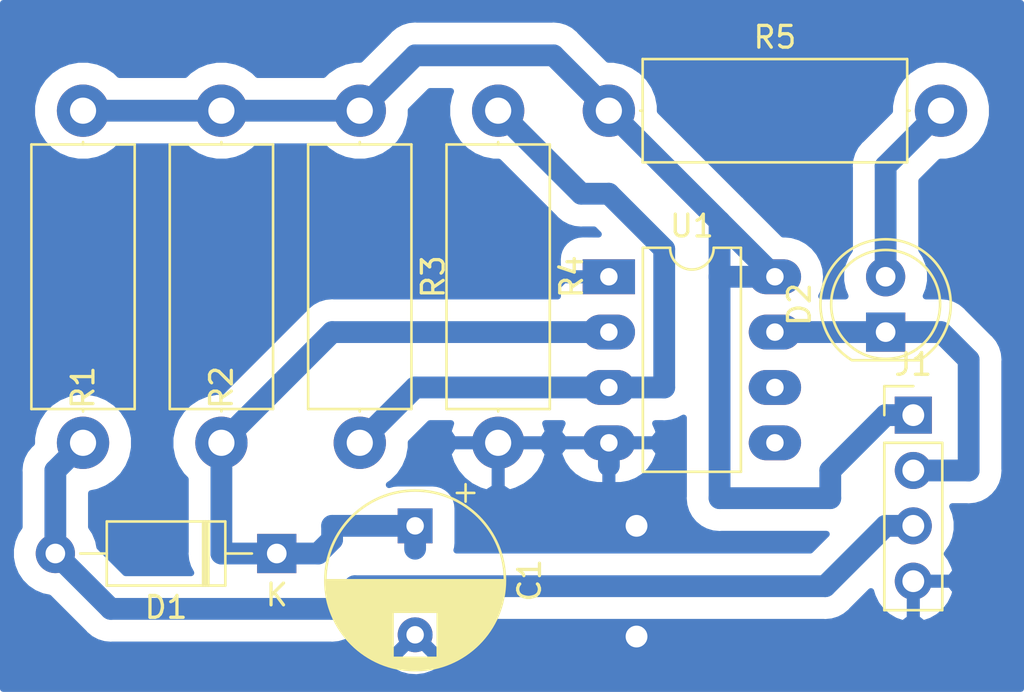
<source format=kicad_pcb>
(kicad_pcb (version 20171130) (host pcbnew "(5.1.5)-3")

  (general
    (thickness 1.6)
    (drawings 0)
    (tracks 50)
    (zones 0)
    (modules 10)
    (nets 10)
  )

  (page A4 portrait)
  (layers
    (0 F.Cu signal)
    (31 B.Cu signal)
    (32 B.Adhes user)
    (33 F.Adhes user)
    (34 B.Paste user)
    (35 F.Paste user)
    (36 B.SilkS user)
    (37 F.SilkS user)
    (38 B.Mask user)
    (39 F.Mask user)
    (40 Dwgs.User user)
    (41 Cmts.User user)
    (42 Eco1.User user)
    (43 Eco2.User user)
    (44 Edge.Cuts user)
    (45 Margin user)
    (46 B.CrtYd user)
    (47 F.CrtYd user)
    (48 B.Fab user)
    (49 F.Fab user)
  )

  (setup
    (last_trace_width 1)
    (trace_clearance 0.5)
    (zone_clearance 0.508)
    (zone_45_only no)
    (trace_min 0.1)
    (via_size 0.8)
    (via_drill 0.4)
    (via_min_size 0.2)
    (via_min_drill 0.3)
    (uvia_size 0.3)
    (uvia_drill 0.1)
    (uvias_allowed no)
    (uvia_min_size 0.1)
    (uvia_min_drill 0.1)
    (edge_width 0.05)
    (segment_width 0.2)
    (pcb_text_width 0.3)
    (pcb_text_size 1.5 1.5)
    (mod_edge_width 0.12)
    (mod_text_size 1 1)
    (mod_text_width 0.15)
    (pad_size 1.524 1.524)
    (pad_drill 0.762)
    (pad_to_mask_clearance 0.051)
    (solder_mask_min_width 0.25)
    (aux_axis_origin 0 0)
    (visible_elements 7FFFFFFF)
    (pcbplotparams
      (layerselection 0x010fc_ffffffff)
      (usegerberextensions false)
      (usegerberattributes false)
      (usegerberadvancedattributes false)
      (creategerberjobfile false)
      (excludeedgelayer true)
      (linewidth 0.100000)
      (plotframeref false)
      (viasonmask false)
      (mode 1)
      (useauxorigin false)
      (hpglpennumber 1)
      (hpglpenspeed 20)
      (hpglpendiameter 15.000000)
      (psnegative false)
      (psa4output false)
      (plotreference true)
      (plotvalue true)
      (plotinvisibletext false)
      (padsonsilk false)
      (subtractmaskfromsilk false)
      (outputformat 1)
      (mirror false)
      (drillshape 1)
      (scaleselection 1)
      (outputdirectory ""))
  )

  (net 0 "")
  (net 1 "Net-(D1-Pad2)")
  (net 2 "Net-(C1-Pad1)")
  (net 3 "Net-(D2-Pad2)")
  (net 4 "Net-(D2-Pad1)")
  (net 5 "Net-(R3-Pad2)")
  (net 6 "Net-(U1-Pad6)")
  (net 7 "Net-(U1-Pad5)")
  (net 8 Earth)
  (net 9 +24V)

  (net_class Default "This is the default net class."
    (clearance 0.5)
    (trace_width 1)
    (via_dia 0.8)
    (via_drill 0.4)
    (uvia_dia 0.3)
    (uvia_drill 0.1)
    (add_net +24V)
    (add_net Earth)
    (add_net "Net-(C1-Pad1)")
    (add_net "Net-(D1-Pad2)")
    (add_net "Net-(D2-Pad1)")
    (add_net "Net-(D2-Pad2)")
    (add_net "Net-(R3-Pad2)")
    (add_net "Net-(U1-Pad5)")
    (add_net "Net-(U1-Pad6)")
  )

  (module LED_THT:LED_D5.0mm (layer F.Cu) (tedit 5995936A) (tstamp 5E6ACA23)
    (at 172.72 101.6 90)
    (descr "LED, diameter 5.0mm, 2 pins, http://cdn-reichelt.de/documents/datenblatt/A500/LL-504BC2E-009.pdf")
    (tags "LED diameter 5.0mm 2 pins")
    (path /5E6B3F9E)
    (fp_text reference D2 (at 1.27 -3.96 90) (layer F.SilkS)
      (effects (font (size 1 1) (thickness 0.15)))
    )
    (fp_text value LED (at 1.27 3.96 90) (layer F.Fab)
      (effects (font (size 1 1) (thickness 0.15)))
    )
    (fp_arc (start 1.27 0) (end -1.23 -1.469694) (angle 299.1) (layer F.Fab) (width 0.1))
    (fp_arc (start 1.27 0) (end -1.29 -1.54483) (angle 148.9) (layer F.SilkS) (width 0.12))
    (fp_arc (start 1.27 0) (end -1.29 1.54483) (angle -148.9) (layer F.SilkS) (width 0.12))
    (fp_circle (center 1.27 0) (end 3.77 0) (layer F.Fab) (width 0.1))
    (fp_circle (center 1.27 0) (end 3.77 0) (layer F.SilkS) (width 0.12))
    (fp_line (start -1.23 -1.469694) (end -1.23 1.469694) (layer F.Fab) (width 0.1))
    (fp_line (start -1.29 -1.545) (end -1.29 1.545) (layer F.SilkS) (width 0.12))
    (fp_line (start -1.95 -3.25) (end -1.95 3.25) (layer F.CrtYd) (width 0.05))
    (fp_line (start -1.95 3.25) (end 4.5 3.25) (layer F.CrtYd) (width 0.05))
    (fp_line (start 4.5 3.25) (end 4.5 -3.25) (layer F.CrtYd) (width 0.05))
    (fp_line (start 4.5 -3.25) (end -1.95 -3.25) (layer F.CrtYd) (width 0.05))
    (fp_text user %R (at 1.25 0 90) (layer F.Fab)
      (effects (font (size 0.8 0.8) (thickness 0.2)))
    )
    (pad 1 thru_hole rect (at 0 0 90) (size 1.8 1.8) (drill 0.9) (layers *.Cu *.Mask)
      (net 4 "Net-(D2-Pad1)"))
    (pad 2 thru_hole circle (at 2.54 0 90) (size 1.8 1.8) (drill 0.9) (layers *.Cu *.Mask)
      (net 3 "Net-(D2-Pad2)"))
    (model ${KISYS3DMOD}/LED_THT.3dshapes/LED_D5.0mm.wrl
      (at (xyz 0 0 0))
      (scale (xyz 1 1 1))
      (rotate (xyz 0 0 0))
    )
  )

  (module Diode_THT:D_A-405_P10.16mm_Horizontal (layer F.Cu) (tedit 5AE50CD5) (tstamp 5E6AC8BD)
    (at 144.78 111.76 180)
    (descr "Diode, A-405 series, Axial, Horizontal, pin pitch=10.16mm, , length*diameter=5.2*2.7mm^2, , http://www.diodes.com/_files/packages/A-405.pdf")
    (tags "Diode A-405 series Axial Horizontal pin pitch 10.16mm  length 5.2mm diameter 2.7mm")
    (path /5E6A8ADF)
    (fp_text reference D1 (at 5.08 -2.47) (layer F.SilkS)
      (effects (font (size 1 1) (thickness 0.15)))
    )
    (fp_text value DIODE (at 5.08 2.47) (layer F.Fab)
      (effects (font (size 1 1) (thickness 0.15)))
    )
    (fp_line (start 2.48 -1.35) (end 2.48 1.35) (layer F.Fab) (width 0.1))
    (fp_line (start 2.48 1.35) (end 7.68 1.35) (layer F.Fab) (width 0.1))
    (fp_line (start 7.68 1.35) (end 7.68 -1.35) (layer F.Fab) (width 0.1))
    (fp_line (start 7.68 -1.35) (end 2.48 -1.35) (layer F.Fab) (width 0.1))
    (fp_line (start 0 0) (end 2.48 0) (layer F.Fab) (width 0.1))
    (fp_line (start 10.16 0) (end 7.68 0) (layer F.Fab) (width 0.1))
    (fp_line (start 3.26 -1.35) (end 3.26 1.35) (layer F.Fab) (width 0.1))
    (fp_line (start 3.36 -1.35) (end 3.36 1.35) (layer F.Fab) (width 0.1))
    (fp_line (start 3.16 -1.35) (end 3.16 1.35) (layer F.Fab) (width 0.1))
    (fp_line (start 2.36 -1.47) (end 2.36 1.47) (layer F.SilkS) (width 0.12))
    (fp_line (start 2.36 1.47) (end 7.8 1.47) (layer F.SilkS) (width 0.12))
    (fp_line (start 7.8 1.47) (end 7.8 -1.47) (layer F.SilkS) (width 0.12))
    (fp_line (start 7.8 -1.47) (end 2.36 -1.47) (layer F.SilkS) (width 0.12))
    (fp_line (start 1.14 0) (end 2.36 0) (layer F.SilkS) (width 0.12))
    (fp_line (start 9.02 0) (end 7.8 0) (layer F.SilkS) (width 0.12))
    (fp_line (start 3.26 -1.47) (end 3.26 1.47) (layer F.SilkS) (width 0.12))
    (fp_line (start 3.38 -1.47) (end 3.38 1.47) (layer F.SilkS) (width 0.12))
    (fp_line (start 3.14 -1.47) (end 3.14 1.47) (layer F.SilkS) (width 0.12))
    (fp_line (start -1.15 -1.6) (end -1.15 1.6) (layer F.CrtYd) (width 0.05))
    (fp_line (start -1.15 1.6) (end 11.31 1.6) (layer F.CrtYd) (width 0.05))
    (fp_line (start 11.31 1.6) (end 11.31 -1.6) (layer F.CrtYd) (width 0.05))
    (fp_line (start 11.31 -1.6) (end -1.15 -1.6) (layer F.CrtYd) (width 0.05))
    (fp_text user %R (at 5.47 0) (layer F.Fab)
      (effects (font (size 1 1) (thickness 0.15)))
    )
    (fp_text user K (at 0 -1.9) (layer F.Fab)
      (effects (font (size 1 1) (thickness 0.15)))
    )
    (fp_text user K (at 0 -1.9) (layer F.SilkS)
      (effects (font (size 1 1) (thickness 0.15)))
    )
    (pad 1 thru_hole rect (at 0 0 180) (size 1.8 1.8) (drill 0.9) (layers *.Cu *.Mask)
      (net 2 "Net-(C1-Pad1)"))
    (pad 2 thru_hole oval (at 10.16 0 180) (size 1.8 1.8) (drill 0.9) (layers *.Cu *.Mask)
      (net 1 "Net-(D1-Pad2)"))
    (model ${KISYS3DMOD}/Diode_THT.3dshapes/D_A-405_P10.16mm_Horizontal.wrl
      (at (xyz 0 0 0))
      (scale (xyz 1 1 1))
      (rotate (xyz 0 0 0))
    )
  )

  (module Connector_PinHeader_2.54mm:PinHeader_1x04_P2.54mm_Vertical (layer F.Cu) (tedit 59FED5CC) (tstamp 5E6ACA0C)
    (at 173.99 105.41)
    (descr "Through hole straight pin header, 1x04, 2.54mm pitch, single row")
    (tags "Through hole pin header THT 1x04 2.54mm single row")
    (path /5E6B2317)
    (fp_text reference J1 (at 0 -2.33) (layer F.SilkS)
      (effects (font (size 1 1) (thickness 0.15)))
    )
    (fp_text value a (at 0 9.95) (layer F.Fab)
      (effects (font (size 1 1) (thickness 0.15)))
    )
    (fp_line (start -0.635 -1.27) (end 1.27 -1.27) (layer F.Fab) (width 0.1))
    (fp_line (start 1.27 -1.27) (end 1.27 8.89) (layer F.Fab) (width 0.1))
    (fp_line (start 1.27 8.89) (end -1.27 8.89) (layer F.Fab) (width 0.1))
    (fp_line (start -1.27 8.89) (end -1.27 -0.635) (layer F.Fab) (width 0.1))
    (fp_line (start -1.27 -0.635) (end -0.635 -1.27) (layer F.Fab) (width 0.1))
    (fp_line (start -1.33 8.95) (end 1.33 8.95) (layer F.SilkS) (width 0.12))
    (fp_line (start -1.33 1.27) (end -1.33 8.95) (layer F.SilkS) (width 0.12))
    (fp_line (start 1.33 1.27) (end 1.33 8.95) (layer F.SilkS) (width 0.12))
    (fp_line (start -1.33 1.27) (end 1.33 1.27) (layer F.SilkS) (width 0.12))
    (fp_line (start -1.33 0) (end -1.33 -1.33) (layer F.SilkS) (width 0.12))
    (fp_line (start -1.33 -1.33) (end 0 -1.33) (layer F.SilkS) (width 0.12))
    (fp_line (start -1.8 -1.8) (end -1.8 9.4) (layer F.CrtYd) (width 0.05))
    (fp_line (start -1.8 9.4) (end 1.8 9.4) (layer F.CrtYd) (width 0.05))
    (fp_line (start 1.8 9.4) (end 1.8 -1.8) (layer F.CrtYd) (width 0.05))
    (fp_line (start 1.8 -1.8) (end -1.8 -1.8) (layer F.CrtYd) (width 0.05))
    (fp_text user %R (at 0 3.81 90) (layer F.Fab)
      (effects (font (size 1 1) (thickness 0.15)))
    )
    (pad 1 thru_hole rect (at 0 0) (size 1.7 1.7) (drill 1) (layers *.Cu *.Mask)
      (net 9 +24V))
    (pad 2 thru_hole oval (at 0 2.54) (size 1.7 1.7) (drill 1) (layers *.Cu *.Mask)
      (net 4 "Net-(D2-Pad1)"))
    (pad 3 thru_hole oval (at 0 5.08) (size 1.7 1.7) (drill 1) (layers *.Cu *.Mask)
      (net 1 "Net-(D1-Pad2)"))
    (pad 4 thru_hole oval (at 0 7.62) (size 1.7 1.7) (drill 1) (layers *.Cu *.Mask)
      (net 8 Earth))
    (model ${KISYS3DMOD}/Connector_PinHeader_2.54mm.3dshapes/PinHeader_1x04_P2.54mm_Vertical.wrl
      (at (xyz 0 0 0))
      (scale (xyz 1 1 1))
      (rotate (xyz 0 0 0))
    )
  )

  (module Resistor_THT:R_Axial_DIN0414_L11.9mm_D4.5mm_P15.24mm_Horizontal (layer F.Cu) (tedit 5AE5139B) (tstamp 5E6AC9F6)
    (at 148.59 91.44 270)
    (descr "Resistor, Axial_DIN0414 series, Axial, Horizontal, pin pitch=15.24mm, 2W, length*diameter=11.9*4.5mm^2, http://www.vishay.com/docs/20128/wkxwrx.pdf")
    (tags "Resistor Axial_DIN0414 series Axial Horizontal pin pitch 15.24mm 2W length 11.9mm diameter 4.5mm")
    (path /5E6AE564)
    (fp_text reference R3 (at 7.62 -3.37 90) (layer F.SilkS)
      (effects (font (size 1 1) (thickness 0.15)))
    )
    (fp_text value 10k (at 7.62 3.37 90) (layer F.Fab)
      (effects (font (size 1 1) (thickness 0.15)))
    )
    (fp_line (start 1.67 -2.25) (end 1.67 2.25) (layer F.Fab) (width 0.1))
    (fp_line (start 1.67 2.25) (end 13.57 2.25) (layer F.Fab) (width 0.1))
    (fp_line (start 13.57 2.25) (end 13.57 -2.25) (layer F.Fab) (width 0.1))
    (fp_line (start 13.57 -2.25) (end 1.67 -2.25) (layer F.Fab) (width 0.1))
    (fp_line (start 0 0) (end 1.67 0) (layer F.Fab) (width 0.1))
    (fp_line (start 15.24 0) (end 13.57 0) (layer F.Fab) (width 0.1))
    (fp_line (start 1.55 -2.37) (end 1.55 2.37) (layer F.SilkS) (width 0.12))
    (fp_line (start 1.55 2.37) (end 13.69 2.37) (layer F.SilkS) (width 0.12))
    (fp_line (start 13.69 2.37) (end 13.69 -2.37) (layer F.SilkS) (width 0.12))
    (fp_line (start 13.69 -2.37) (end 1.55 -2.37) (layer F.SilkS) (width 0.12))
    (fp_line (start 1.44 0) (end 1.55 0) (layer F.SilkS) (width 0.12))
    (fp_line (start 13.8 0) (end 13.69 0) (layer F.SilkS) (width 0.12))
    (fp_line (start -1.45 -2.5) (end -1.45 2.5) (layer F.CrtYd) (width 0.05))
    (fp_line (start -1.45 2.5) (end 16.69 2.5) (layer F.CrtYd) (width 0.05))
    (fp_line (start 16.69 2.5) (end 16.69 -2.5) (layer F.CrtYd) (width 0.05))
    (fp_line (start 16.69 -2.5) (end -1.45 -2.5) (layer F.CrtYd) (width 0.05))
    (fp_text user %R (at 7.62 0 90) (layer F.Fab)
      (effects (font (size 1 1) (thickness 0.15)))
    )
    (pad 1 thru_hole circle (at 0 0 270) (size 2.4 2.4) (drill 1.2) (layers *.Cu *.Mask)
      (net 9 +24V))
    (pad 2 thru_hole oval (at 15.24 0 270) (size 2.4 2.4) (drill 1.2) (layers *.Cu *.Mask)
      (net 5 "Net-(R3-Pad2)"))
    (model ${KISYS3DMOD}/Resistor_THT.3dshapes/R_Axial_DIN0414_L11.9mm_D4.5mm_P15.24mm_Horizontal.wrl
      (at (xyz 0 0 0))
      (scale (xyz 1 1 1))
      (rotate (xyz 0 0 0))
    )
  )

  (module Resistor_THT:R_Axial_DIN0414_L11.9mm_D4.5mm_P15.24mm_Horizontal (layer F.Cu) (tedit 5AE5139B) (tstamp 5E6AC9E0)
    (at 154.94 91.44 270)
    (descr "Resistor, Axial_DIN0414 series, Axial, Horizontal, pin pitch=15.24mm, 2W, length*diameter=11.9*4.5mm^2, http://www.vishay.com/docs/20128/wkxwrx.pdf")
    (tags "Resistor Axial_DIN0414 series Axial Horizontal pin pitch 15.24mm 2W length 11.9mm diameter 4.5mm")
    (path /5E6AE813)
    (fp_text reference R4 (at 7.62 -3.37 90) (layer F.SilkS)
      (effects (font (size 1 1) (thickness 0.15)))
    )
    (fp_text value 10k (at 7.62 3.37 90) (layer F.Fab)
      (effects (font (size 1 1) (thickness 0.15)))
    )
    (fp_line (start 1.67 -2.25) (end 1.67 2.25) (layer F.Fab) (width 0.1))
    (fp_line (start 1.67 2.25) (end 13.57 2.25) (layer F.Fab) (width 0.1))
    (fp_line (start 13.57 2.25) (end 13.57 -2.25) (layer F.Fab) (width 0.1))
    (fp_line (start 13.57 -2.25) (end 1.67 -2.25) (layer F.Fab) (width 0.1))
    (fp_line (start 0 0) (end 1.67 0) (layer F.Fab) (width 0.1))
    (fp_line (start 15.24 0) (end 13.57 0) (layer F.Fab) (width 0.1))
    (fp_line (start 1.55 -2.37) (end 1.55 2.37) (layer F.SilkS) (width 0.12))
    (fp_line (start 1.55 2.37) (end 13.69 2.37) (layer F.SilkS) (width 0.12))
    (fp_line (start 13.69 2.37) (end 13.69 -2.37) (layer F.SilkS) (width 0.12))
    (fp_line (start 13.69 -2.37) (end 1.55 -2.37) (layer F.SilkS) (width 0.12))
    (fp_line (start 1.44 0) (end 1.55 0) (layer F.SilkS) (width 0.12))
    (fp_line (start 13.8 0) (end 13.69 0) (layer F.SilkS) (width 0.12))
    (fp_line (start -1.45 -2.5) (end -1.45 2.5) (layer F.CrtYd) (width 0.05))
    (fp_line (start -1.45 2.5) (end 16.69 2.5) (layer F.CrtYd) (width 0.05))
    (fp_line (start 16.69 2.5) (end 16.69 -2.5) (layer F.CrtYd) (width 0.05))
    (fp_line (start 16.69 -2.5) (end -1.45 -2.5) (layer F.CrtYd) (width 0.05))
    (fp_text user %R (at 7.62 0 90) (layer F.Fab)
      (effects (font (size 1 1) (thickness 0.15)))
    )
    (pad 1 thru_hole circle (at 0 0 270) (size 2.4 2.4) (drill 1.2) (layers *.Cu *.Mask)
      (net 5 "Net-(R3-Pad2)"))
    (pad 2 thru_hole oval (at 15.24 0 270) (size 2.4 2.4) (drill 1.2) (layers *.Cu *.Mask)
      (net 8 Earth))
    (model ${KISYS3DMOD}/Resistor_THT.3dshapes/R_Axial_DIN0414_L11.9mm_D4.5mm_P15.24mm_Horizontal.wrl
      (at (xyz 0 0 0))
      (scale (xyz 1 1 1))
      (rotate (xyz 0 0 0))
    )
  )

  (module Resistor_THT:R_Axial_DIN0414_L11.9mm_D4.5mm_P15.24mm_Horizontal (layer F.Cu) (tedit 5AE5139B) (tstamp 5E6AC9CA)
    (at 160.02 91.44)
    (descr "Resistor, Axial_DIN0414 series, Axial, Horizontal, pin pitch=15.24mm, 2W, length*diameter=11.9*4.5mm^2, http://www.vishay.com/docs/20128/wkxwrx.pdf")
    (tags "Resistor Axial_DIN0414 series Axial Horizontal pin pitch 15.24mm 2W length 11.9mm diameter 4.5mm")
    (path /5E6B3947)
    (fp_text reference R5 (at 7.62 -3.37) (layer F.SilkS)
      (effects (font (size 1 1) (thickness 0.15)))
    )
    (fp_text value 1.8k (at 7.62 3.37) (layer F.Fab)
      (effects (font (size 1 1) (thickness 0.15)))
    )
    (fp_line (start 1.67 -2.25) (end 1.67 2.25) (layer F.Fab) (width 0.1))
    (fp_line (start 1.67 2.25) (end 13.57 2.25) (layer F.Fab) (width 0.1))
    (fp_line (start 13.57 2.25) (end 13.57 -2.25) (layer F.Fab) (width 0.1))
    (fp_line (start 13.57 -2.25) (end 1.67 -2.25) (layer F.Fab) (width 0.1))
    (fp_line (start 0 0) (end 1.67 0) (layer F.Fab) (width 0.1))
    (fp_line (start 15.24 0) (end 13.57 0) (layer F.Fab) (width 0.1))
    (fp_line (start 1.55 -2.37) (end 1.55 2.37) (layer F.SilkS) (width 0.12))
    (fp_line (start 1.55 2.37) (end 13.69 2.37) (layer F.SilkS) (width 0.12))
    (fp_line (start 13.69 2.37) (end 13.69 -2.37) (layer F.SilkS) (width 0.12))
    (fp_line (start 13.69 -2.37) (end 1.55 -2.37) (layer F.SilkS) (width 0.12))
    (fp_line (start 1.44 0) (end 1.55 0) (layer F.SilkS) (width 0.12))
    (fp_line (start 13.8 0) (end 13.69 0) (layer F.SilkS) (width 0.12))
    (fp_line (start -1.45 -2.5) (end -1.45 2.5) (layer F.CrtYd) (width 0.05))
    (fp_line (start -1.45 2.5) (end 16.69 2.5) (layer F.CrtYd) (width 0.05))
    (fp_line (start 16.69 2.5) (end 16.69 -2.5) (layer F.CrtYd) (width 0.05))
    (fp_line (start 16.69 -2.5) (end -1.45 -2.5) (layer F.CrtYd) (width 0.05))
    (fp_text user %R (at 7.62 0) (layer F.Fab)
      (effects (font (size 1 1) (thickness 0.15)))
    )
    (pad 1 thru_hole circle (at 0 0) (size 2.4 2.4) (drill 1.2) (layers *.Cu *.Mask)
      (net 9 +24V))
    (pad 2 thru_hole oval (at 15.24 0) (size 2.4 2.4) (drill 1.2) (layers *.Cu *.Mask)
      (net 3 "Net-(D2-Pad2)"))
    (model ${KISYS3DMOD}/Resistor_THT.3dshapes/R_Axial_DIN0414_L11.9mm_D4.5mm_P15.24mm_Horizontal.wrl
      (at (xyz 0 0 0))
      (scale (xyz 1 1 1))
      (rotate (xyz 0 0 0))
    )
  )

  (module Package_DIP:DIP-8_W7.62mm_LongPads (layer F.Cu) (tedit 5A02E8C5) (tstamp 5E6AC9AF)
    (at 160.02 99.06)
    (descr "8-lead though-hole mounted DIP package, row spacing 7.62 mm (300 mils), LongPads")
    (tags "THT DIP DIL PDIP 2.54mm 7.62mm 300mil LongPads")
    (path /5E6AEE9F)
    (fp_text reference U1 (at 3.81 -2.33) (layer F.SilkS)
      (effects (font (size 1 1) (thickness 0.15)))
    )
    (fp_text value LM311 (at 3.81 9.95) (layer F.Fab)
      (effects (font (size 1 1) (thickness 0.15)))
    )
    (fp_arc (start 3.81 -1.33) (end 2.81 -1.33) (angle -180) (layer F.SilkS) (width 0.12))
    (fp_line (start 1.635 -1.27) (end 6.985 -1.27) (layer F.Fab) (width 0.1))
    (fp_line (start 6.985 -1.27) (end 6.985 8.89) (layer F.Fab) (width 0.1))
    (fp_line (start 6.985 8.89) (end 0.635 8.89) (layer F.Fab) (width 0.1))
    (fp_line (start 0.635 8.89) (end 0.635 -0.27) (layer F.Fab) (width 0.1))
    (fp_line (start 0.635 -0.27) (end 1.635 -1.27) (layer F.Fab) (width 0.1))
    (fp_line (start 2.81 -1.33) (end 1.56 -1.33) (layer F.SilkS) (width 0.12))
    (fp_line (start 1.56 -1.33) (end 1.56 8.95) (layer F.SilkS) (width 0.12))
    (fp_line (start 1.56 8.95) (end 6.06 8.95) (layer F.SilkS) (width 0.12))
    (fp_line (start 6.06 8.95) (end 6.06 -1.33) (layer F.SilkS) (width 0.12))
    (fp_line (start 6.06 -1.33) (end 4.81 -1.33) (layer F.SilkS) (width 0.12))
    (fp_line (start -1.45 -1.55) (end -1.45 9.15) (layer F.CrtYd) (width 0.05))
    (fp_line (start -1.45 9.15) (end 9.1 9.15) (layer F.CrtYd) (width 0.05))
    (fp_line (start 9.1 9.15) (end 9.1 -1.55) (layer F.CrtYd) (width 0.05))
    (fp_line (start 9.1 -1.55) (end -1.45 -1.55) (layer F.CrtYd) (width 0.05))
    (fp_text user %R (at 3.81 3.81) (layer F.Fab)
      (effects (font (size 1 1) (thickness 0.15)))
    )
    (pad 1 thru_hole rect (at 0 0) (size 2.4 1.6) (drill 0.8) (layers *.Cu *.Mask)
      (net 8 Earth))
    (pad 5 thru_hole oval (at 7.62 7.62) (size 2.4 1.6) (drill 0.8) (layers *.Cu *.Mask)
      (net 7 "Net-(U1-Pad5)"))
    (pad 2 thru_hole oval (at 0 2.54) (size 2.4 1.6) (drill 0.8) (layers *.Cu *.Mask)
      (net 2 "Net-(C1-Pad1)"))
    (pad 6 thru_hole oval (at 7.62 5.08) (size 2.4 1.6) (drill 0.8) (layers *.Cu *.Mask)
      (net 6 "Net-(U1-Pad6)"))
    (pad 3 thru_hole oval (at 0 5.08) (size 2.4 1.6) (drill 0.8) (layers *.Cu *.Mask)
      (net 5 "Net-(R3-Pad2)"))
    (pad 7 thru_hole oval (at 7.62 2.54) (size 2.4 1.6) (drill 0.8) (layers *.Cu *.Mask)
      (net 4 "Net-(D2-Pad1)"))
    (pad 4 thru_hole oval (at 0 7.62) (size 2.4 1.6) (drill 0.8) (layers *.Cu *.Mask)
      (net 8 Earth))
    (pad 8 thru_hole oval (at 7.62 0) (size 2.4 1.6) (drill 0.8) (layers *.Cu *.Mask)
      (net 9 +24V))
    (model ${KISYS3DMOD}/Package_DIP.3dshapes/DIP-8_W7.62mm.wrl
      (at (xyz 0 0 0))
      (scale (xyz 1 1 1))
      (rotate (xyz 0 0 0))
    )
  )

  (module Capacitor_THT:CP_Radial_D8.0mm_P5.00mm (layer F.Cu) (tedit 5AE50EF0) (tstamp 5E6AC907)
    (at 151.13 110.49 270)
    (descr "CP, Radial series, Radial, pin pitch=5.00mm, , diameter=8mm, Electrolytic Capacitor")
    (tags "CP Radial series Radial pin pitch 5.00mm  diameter 8mm Electrolytic Capacitor")
    (path /5E6BB574)
    (fp_text reference C1 (at 2.5 -5.25 90) (layer F.SilkS)
      (effects (font (size 1 1) (thickness 0.15)))
    )
    (fp_text value 1000uf (at 2.5 5.25 90) (layer F.Fab)
      (effects (font (size 1 1) (thickness 0.15)))
    )
    (fp_circle (center 2.5 0) (end 6.5 0) (layer F.Fab) (width 0.1))
    (fp_circle (center 2.5 0) (end 6.62 0) (layer F.SilkS) (width 0.12))
    (fp_circle (center 2.5 0) (end 6.75 0) (layer F.CrtYd) (width 0.05))
    (fp_line (start -0.926759 -1.7475) (end -0.126759 -1.7475) (layer F.Fab) (width 0.1))
    (fp_line (start -0.526759 -2.1475) (end -0.526759 -1.3475) (layer F.Fab) (width 0.1))
    (fp_line (start 2.5 -4.08) (end 2.5 4.08) (layer F.SilkS) (width 0.12))
    (fp_line (start 2.54 -4.08) (end 2.54 4.08) (layer F.SilkS) (width 0.12))
    (fp_line (start 2.58 -4.08) (end 2.58 4.08) (layer F.SilkS) (width 0.12))
    (fp_line (start 2.62 -4.079) (end 2.62 4.079) (layer F.SilkS) (width 0.12))
    (fp_line (start 2.66 -4.077) (end 2.66 4.077) (layer F.SilkS) (width 0.12))
    (fp_line (start 2.7 -4.076) (end 2.7 4.076) (layer F.SilkS) (width 0.12))
    (fp_line (start 2.74 -4.074) (end 2.74 4.074) (layer F.SilkS) (width 0.12))
    (fp_line (start 2.78 -4.071) (end 2.78 4.071) (layer F.SilkS) (width 0.12))
    (fp_line (start 2.82 -4.068) (end 2.82 4.068) (layer F.SilkS) (width 0.12))
    (fp_line (start 2.86 -4.065) (end 2.86 4.065) (layer F.SilkS) (width 0.12))
    (fp_line (start 2.9 -4.061) (end 2.9 4.061) (layer F.SilkS) (width 0.12))
    (fp_line (start 2.94 -4.057) (end 2.94 4.057) (layer F.SilkS) (width 0.12))
    (fp_line (start 2.98 -4.052) (end 2.98 4.052) (layer F.SilkS) (width 0.12))
    (fp_line (start 3.02 -4.048) (end 3.02 4.048) (layer F.SilkS) (width 0.12))
    (fp_line (start 3.06 -4.042) (end 3.06 4.042) (layer F.SilkS) (width 0.12))
    (fp_line (start 3.1 -4.037) (end 3.1 4.037) (layer F.SilkS) (width 0.12))
    (fp_line (start 3.14 -4.03) (end 3.14 4.03) (layer F.SilkS) (width 0.12))
    (fp_line (start 3.18 -4.024) (end 3.18 4.024) (layer F.SilkS) (width 0.12))
    (fp_line (start 3.221 -4.017) (end 3.221 4.017) (layer F.SilkS) (width 0.12))
    (fp_line (start 3.261 -4.01) (end 3.261 4.01) (layer F.SilkS) (width 0.12))
    (fp_line (start 3.301 -4.002) (end 3.301 4.002) (layer F.SilkS) (width 0.12))
    (fp_line (start 3.341 -3.994) (end 3.341 3.994) (layer F.SilkS) (width 0.12))
    (fp_line (start 3.381 -3.985) (end 3.381 3.985) (layer F.SilkS) (width 0.12))
    (fp_line (start 3.421 -3.976) (end 3.421 3.976) (layer F.SilkS) (width 0.12))
    (fp_line (start 3.461 -3.967) (end 3.461 3.967) (layer F.SilkS) (width 0.12))
    (fp_line (start 3.501 -3.957) (end 3.501 3.957) (layer F.SilkS) (width 0.12))
    (fp_line (start 3.541 -3.947) (end 3.541 3.947) (layer F.SilkS) (width 0.12))
    (fp_line (start 3.581 -3.936) (end 3.581 3.936) (layer F.SilkS) (width 0.12))
    (fp_line (start 3.621 -3.925) (end 3.621 3.925) (layer F.SilkS) (width 0.12))
    (fp_line (start 3.661 -3.914) (end 3.661 3.914) (layer F.SilkS) (width 0.12))
    (fp_line (start 3.701 -3.902) (end 3.701 3.902) (layer F.SilkS) (width 0.12))
    (fp_line (start 3.741 -3.889) (end 3.741 3.889) (layer F.SilkS) (width 0.12))
    (fp_line (start 3.781 -3.877) (end 3.781 3.877) (layer F.SilkS) (width 0.12))
    (fp_line (start 3.821 -3.863) (end 3.821 3.863) (layer F.SilkS) (width 0.12))
    (fp_line (start 3.861 -3.85) (end 3.861 3.85) (layer F.SilkS) (width 0.12))
    (fp_line (start 3.901 -3.835) (end 3.901 3.835) (layer F.SilkS) (width 0.12))
    (fp_line (start 3.941 -3.821) (end 3.941 3.821) (layer F.SilkS) (width 0.12))
    (fp_line (start 3.981 -3.805) (end 3.981 -1.04) (layer F.SilkS) (width 0.12))
    (fp_line (start 3.981 1.04) (end 3.981 3.805) (layer F.SilkS) (width 0.12))
    (fp_line (start 4.021 -3.79) (end 4.021 -1.04) (layer F.SilkS) (width 0.12))
    (fp_line (start 4.021 1.04) (end 4.021 3.79) (layer F.SilkS) (width 0.12))
    (fp_line (start 4.061 -3.774) (end 4.061 -1.04) (layer F.SilkS) (width 0.12))
    (fp_line (start 4.061 1.04) (end 4.061 3.774) (layer F.SilkS) (width 0.12))
    (fp_line (start 4.101 -3.757) (end 4.101 -1.04) (layer F.SilkS) (width 0.12))
    (fp_line (start 4.101 1.04) (end 4.101 3.757) (layer F.SilkS) (width 0.12))
    (fp_line (start 4.141 -3.74) (end 4.141 -1.04) (layer F.SilkS) (width 0.12))
    (fp_line (start 4.141 1.04) (end 4.141 3.74) (layer F.SilkS) (width 0.12))
    (fp_line (start 4.181 -3.722) (end 4.181 -1.04) (layer F.SilkS) (width 0.12))
    (fp_line (start 4.181 1.04) (end 4.181 3.722) (layer F.SilkS) (width 0.12))
    (fp_line (start 4.221 -3.704) (end 4.221 -1.04) (layer F.SilkS) (width 0.12))
    (fp_line (start 4.221 1.04) (end 4.221 3.704) (layer F.SilkS) (width 0.12))
    (fp_line (start 4.261 -3.686) (end 4.261 -1.04) (layer F.SilkS) (width 0.12))
    (fp_line (start 4.261 1.04) (end 4.261 3.686) (layer F.SilkS) (width 0.12))
    (fp_line (start 4.301 -3.666) (end 4.301 -1.04) (layer F.SilkS) (width 0.12))
    (fp_line (start 4.301 1.04) (end 4.301 3.666) (layer F.SilkS) (width 0.12))
    (fp_line (start 4.341 -3.647) (end 4.341 -1.04) (layer F.SilkS) (width 0.12))
    (fp_line (start 4.341 1.04) (end 4.341 3.647) (layer F.SilkS) (width 0.12))
    (fp_line (start 4.381 -3.627) (end 4.381 -1.04) (layer F.SilkS) (width 0.12))
    (fp_line (start 4.381 1.04) (end 4.381 3.627) (layer F.SilkS) (width 0.12))
    (fp_line (start 4.421 -3.606) (end 4.421 -1.04) (layer F.SilkS) (width 0.12))
    (fp_line (start 4.421 1.04) (end 4.421 3.606) (layer F.SilkS) (width 0.12))
    (fp_line (start 4.461 -3.584) (end 4.461 -1.04) (layer F.SilkS) (width 0.12))
    (fp_line (start 4.461 1.04) (end 4.461 3.584) (layer F.SilkS) (width 0.12))
    (fp_line (start 4.501 -3.562) (end 4.501 -1.04) (layer F.SilkS) (width 0.12))
    (fp_line (start 4.501 1.04) (end 4.501 3.562) (layer F.SilkS) (width 0.12))
    (fp_line (start 4.541 -3.54) (end 4.541 -1.04) (layer F.SilkS) (width 0.12))
    (fp_line (start 4.541 1.04) (end 4.541 3.54) (layer F.SilkS) (width 0.12))
    (fp_line (start 4.581 -3.517) (end 4.581 -1.04) (layer F.SilkS) (width 0.12))
    (fp_line (start 4.581 1.04) (end 4.581 3.517) (layer F.SilkS) (width 0.12))
    (fp_line (start 4.621 -3.493) (end 4.621 -1.04) (layer F.SilkS) (width 0.12))
    (fp_line (start 4.621 1.04) (end 4.621 3.493) (layer F.SilkS) (width 0.12))
    (fp_line (start 4.661 -3.469) (end 4.661 -1.04) (layer F.SilkS) (width 0.12))
    (fp_line (start 4.661 1.04) (end 4.661 3.469) (layer F.SilkS) (width 0.12))
    (fp_line (start 4.701 -3.444) (end 4.701 -1.04) (layer F.SilkS) (width 0.12))
    (fp_line (start 4.701 1.04) (end 4.701 3.444) (layer F.SilkS) (width 0.12))
    (fp_line (start 4.741 -3.418) (end 4.741 -1.04) (layer F.SilkS) (width 0.12))
    (fp_line (start 4.741 1.04) (end 4.741 3.418) (layer F.SilkS) (width 0.12))
    (fp_line (start 4.781 -3.392) (end 4.781 -1.04) (layer F.SilkS) (width 0.12))
    (fp_line (start 4.781 1.04) (end 4.781 3.392) (layer F.SilkS) (width 0.12))
    (fp_line (start 4.821 -3.365) (end 4.821 -1.04) (layer F.SilkS) (width 0.12))
    (fp_line (start 4.821 1.04) (end 4.821 3.365) (layer F.SilkS) (width 0.12))
    (fp_line (start 4.861 -3.338) (end 4.861 -1.04) (layer F.SilkS) (width 0.12))
    (fp_line (start 4.861 1.04) (end 4.861 3.338) (layer F.SilkS) (width 0.12))
    (fp_line (start 4.901 -3.309) (end 4.901 -1.04) (layer F.SilkS) (width 0.12))
    (fp_line (start 4.901 1.04) (end 4.901 3.309) (layer F.SilkS) (width 0.12))
    (fp_line (start 4.941 -3.28) (end 4.941 -1.04) (layer F.SilkS) (width 0.12))
    (fp_line (start 4.941 1.04) (end 4.941 3.28) (layer F.SilkS) (width 0.12))
    (fp_line (start 4.981 -3.25) (end 4.981 -1.04) (layer F.SilkS) (width 0.12))
    (fp_line (start 4.981 1.04) (end 4.981 3.25) (layer F.SilkS) (width 0.12))
    (fp_line (start 5.021 -3.22) (end 5.021 -1.04) (layer F.SilkS) (width 0.12))
    (fp_line (start 5.021 1.04) (end 5.021 3.22) (layer F.SilkS) (width 0.12))
    (fp_line (start 5.061 -3.189) (end 5.061 -1.04) (layer F.SilkS) (width 0.12))
    (fp_line (start 5.061 1.04) (end 5.061 3.189) (layer F.SilkS) (width 0.12))
    (fp_line (start 5.101 -3.156) (end 5.101 -1.04) (layer F.SilkS) (width 0.12))
    (fp_line (start 5.101 1.04) (end 5.101 3.156) (layer F.SilkS) (width 0.12))
    (fp_line (start 5.141 -3.124) (end 5.141 -1.04) (layer F.SilkS) (width 0.12))
    (fp_line (start 5.141 1.04) (end 5.141 3.124) (layer F.SilkS) (width 0.12))
    (fp_line (start 5.181 -3.09) (end 5.181 -1.04) (layer F.SilkS) (width 0.12))
    (fp_line (start 5.181 1.04) (end 5.181 3.09) (layer F.SilkS) (width 0.12))
    (fp_line (start 5.221 -3.055) (end 5.221 -1.04) (layer F.SilkS) (width 0.12))
    (fp_line (start 5.221 1.04) (end 5.221 3.055) (layer F.SilkS) (width 0.12))
    (fp_line (start 5.261 -3.019) (end 5.261 -1.04) (layer F.SilkS) (width 0.12))
    (fp_line (start 5.261 1.04) (end 5.261 3.019) (layer F.SilkS) (width 0.12))
    (fp_line (start 5.301 -2.983) (end 5.301 -1.04) (layer F.SilkS) (width 0.12))
    (fp_line (start 5.301 1.04) (end 5.301 2.983) (layer F.SilkS) (width 0.12))
    (fp_line (start 5.341 -2.945) (end 5.341 -1.04) (layer F.SilkS) (width 0.12))
    (fp_line (start 5.341 1.04) (end 5.341 2.945) (layer F.SilkS) (width 0.12))
    (fp_line (start 5.381 -2.907) (end 5.381 -1.04) (layer F.SilkS) (width 0.12))
    (fp_line (start 5.381 1.04) (end 5.381 2.907) (layer F.SilkS) (width 0.12))
    (fp_line (start 5.421 -2.867) (end 5.421 -1.04) (layer F.SilkS) (width 0.12))
    (fp_line (start 5.421 1.04) (end 5.421 2.867) (layer F.SilkS) (width 0.12))
    (fp_line (start 5.461 -2.826) (end 5.461 -1.04) (layer F.SilkS) (width 0.12))
    (fp_line (start 5.461 1.04) (end 5.461 2.826) (layer F.SilkS) (width 0.12))
    (fp_line (start 5.501 -2.784) (end 5.501 -1.04) (layer F.SilkS) (width 0.12))
    (fp_line (start 5.501 1.04) (end 5.501 2.784) (layer F.SilkS) (width 0.12))
    (fp_line (start 5.541 -2.741) (end 5.541 -1.04) (layer F.SilkS) (width 0.12))
    (fp_line (start 5.541 1.04) (end 5.541 2.741) (layer F.SilkS) (width 0.12))
    (fp_line (start 5.581 -2.697) (end 5.581 -1.04) (layer F.SilkS) (width 0.12))
    (fp_line (start 5.581 1.04) (end 5.581 2.697) (layer F.SilkS) (width 0.12))
    (fp_line (start 5.621 -2.651) (end 5.621 -1.04) (layer F.SilkS) (width 0.12))
    (fp_line (start 5.621 1.04) (end 5.621 2.651) (layer F.SilkS) (width 0.12))
    (fp_line (start 5.661 -2.604) (end 5.661 -1.04) (layer F.SilkS) (width 0.12))
    (fp_line (start 5.661 1.04) (end 5.661 2.604) (layer F.SilkS) (width 0.12))
    (fp_line (start 5.701 -2.556) (end 5.701 -1.04) (layer F.SilkS) (width 0.12))
    (fp_line (start 5.701 1.04) (end 5.701 2.556) (layer F.SilkS) (width 0.12))
    (fp_line (start 5.741 -2.505) (end 5.741 -1.04) (layer F.SilkS) (width 0.12))
    (fp_line (start 5.741 1.04) (end 5.741 2.505) (layer F.SilkS) (width 0.12))
    (fp_line (start 5.781 -2.454) (end 5.781 -1.04) (layer F.SilkS) (width 0.12))
    (fp_line (start 5.781 1.04) (end 5.781 2.454) (layer F.SilkS) (width 0.12))
    (fp_line (start 5.821 -2.4) (end 5.821 -1.04) (layer F.SilkS) (width 0.12))
    (fp_line (start 5.821 1.04) (end 5.821 2.4) (layer F.SilkS) (width 0.12))
    (fp_line (start 5.861 -2.345) (end 5.861 -1.04) (layer F.SilkS) (width 0.12))
    (fp_line (start 5.861 1.04) (end 5.861 2.345) (layer F.SilkS) (width 0.12))
    (fp_line (start 5.901 -2.287) (end 5.901 -1.04) (layer F.SilkS) (width 0.12))
    (fp_line (start 5.901 1.04) (end 5.901 2.287) (layer F.SilkS) (width 0.12))
    (fp_line (start 5.941 -2.228) (end 5.941 -1.04) (layer F.SilkS) (width 0.12))
    (fp_line (start 5.941 1.04) (end 5.941 2.228) (layer F.SilkS) (width 0.12))
    (fp_line (start 5.981 -2.166) (end 5.981 -1.04) (layer F.SilkS) (width 0.12))
    (fp_line (start 5.981 1.04) (end 5.981 2.166) (layer F.SilkS) (width 0.12))
    (fp_line (start 6.021 -2.102) (end 6.021 -1.04) (layer F.SilkS) (width 0.12))
    (fp_line (start 6.021 1.04) (end 6.021 2.102) (layer F.SilkS) (width 0.12))
    (fp_line (start 6.061 -2.034) (end 6.061 2.034) (layer F.SilkS) (width 0.12))
    (fp_line (start 6.101 -1.964) (end 6.101 1.964) (layer F.SilkS) (width 0.12))
    (fp_line (start 6.141 -1.89) (end 6.141 1.89) (layer F.SilkS) (width 0.12))
    (fp_line (start 6.181 -1.813) (end 6.181 1.813) (layer F.SilkS) (width 0.12))
    (fp_line (start 6.221 -1.731) (end 6.221 1.731) (layer F.SilkS) (width 0.12))
    (fp_line (start 6.261 -1.645) (end 6.261 1.645) (layer F.SilkS) (width 0.12))
    (fp_line (start 6.301 -1.552) (end 6.301 1.552) (layer F.SilkS) (width 0.12))
    (fp_line (start 6.341 -1.453) (end 6.341 1.453) (layer F.SilkS) (width 0.12))
    (fp_line (start 6.381 -1.346) (end 6.381 1.346) (layer F.SilkS) (width 0.12))
    (fp_line (start 6.421 -1.229) (end 6.421 1.229) (layer F.SilkS) (width 0.12))
    (fp_line (start 6.461 -1.098) (end 6.461 1.098) (layer F.SilkS) (width 0.12))
    (fp_line (start 6.501 -0.948) (end 6.501 0.948) (layer F.SilkS) (width 0.12))
    (fp_line (start 6.541 -0.768) (end 6.541 0.768) (layer F.SilkS) (width 0.12))
    (fp_line (start 6.581 -0.533) (end 6.581 0.533) (layer F.SilkS) (width 0.12))
    (fp_line (start -1.909698 -2.315) (end -1.109698 -2.315) (layer F.SilkS) (width 0.12))
    (fp_line (start -1.509698 -2.715) (end -1.509698 -1.915) (layer F.SilkS) (width 0.12))
    (fp_text user %R (at 2.5 0 90) (layer F.Fab)
      (effects (font (size 1 1) (thickness 0.15)))
    )
    (pad 1 thru_hole rect (at 0 0 270) (size 1.6 1.6) (drill 0.8) (layers *.Cu *.Mask)
      (net 2 "Net-(C1-Pad1)"))
    (pad 2 thru_hole circle (at 5 0 270) (size 1.6 1.6) (drill 0.8) (layers *.Cu *.Mask)
      (net 8 Earth))
    (model ${KISYS3DMOD}/Capacitor_THT.3dshapes/CP_Radial_D8.0mm_P5.00mm.wrl
      (at (xyz 0 0 0))
      (scale (xyz 1 1 1))
      (rotate (xyz 0 0 0))
    )
  )

  (module Resistor_THT:R_Axial_DIN0414_L11.9mm_D4.5mm_P15.24mm_Horizontal (layer F.Cu) (tedit 5AE5139B) (tstamp 5E6AC8F1)
    (at 135.89 91.44 270)
    (descr "Resistor, Axial_DIN0414 series, Axial, Horizontal, pin pitch=15.24mm, 2W, length*diameter=11.9*4.5mm^2, http://www.vishay.com/docs/20128/wkxwrx.pdf")
    (tags "Resistor Axial_DIN0414 series Axial Horizontal pin pitch 15.24mm 2W length 11.9mm diameter 4.5mm")
    (path /5E6A886F)
    (fp_text reference R1 (at 12.7 0 90) (layer F.SilkS)
      (effects (font (size 1 1) (thickness 0.15)))
    )
    (fp_text value 10k (at 2.54 0 90) (layer F.Fab)
      (effects (font (size 1 1) (thickness 0.15)))
    )
    (fp_line (start 1.67 -2.25) (end 1.67 2.25) (layer F.Fab) (width 0.1))
    (fp_line (start 1.67 2.25) (end 13.57 2.25) (layer F.Fab) (width 0.1))
    (fp_line (start 13.57 2.25) (end 13.57 -2.25) (layer F.Fab) (width 0.1))
    (fp_line (start 13.57 -2.25) (end 1.67 -2.25) (layer F.Fab) (width 0.1))
    (fp_line (start 0 0) (end 1.67 0) (layer F.Fab) (width 0.1))
    (fp_line (start 15.24 0) (end 13.57 0) (layer F.Fab) (width 0.1))
    (fp_line (start 1.55 -2.37) (end 1.55 2.37) (layer F.SilkS) (width 0.12))
    (fp_line (start 1.55 2.37) (end 13.69 2.37) (layer F.SilkS) (width 0.12))
    (fp_line (start 13.69 2.37) (end 13.69 -2.37) (layer F.SilkS) (width 0.12))
    (fp_line (start 13.69 -2.37) (end 1.55 -2.37) (layer F.SilkS) (width 0.12))
    (fp_line (start 1.44 0) (end 1.55 0) (layer F.SilkS) (width 0.12))
    (fp_line (start 13.8 0) (end 13.69 0) (layer F.SilkS) (width 0.12))
    (fp_line (start -1.45 -2.5) (end -1.45 2.5) (layer F.CrtYd) (width 0.05))
    (fp_line (start -1.45 2.5) (end 16.69 2.5) (layer F.CrtYd) (width 0.05))
    (fp_line (start 16.69 2.5) (end 16.69 -2.5) (layer F.CrtYd) (width 0.05))
    (fp_line (start 16.69 -2.5) (end -1.45 -2.5) (layer F.CrtYd) (width 0.05))
    (fp_text user %R (at 5.08 -1.27 90) (layer F.Fab)
      (effects (font (size 1 1) (thickness 0.15)))
    )
    (pad 1 thru_hole circle (at 0 0 270) (size 2.4 2.4) (drill 1.2) (layers *.Cu *.Mask)
      (net 9 +24V))
    (pad 2 thru_hole oval (at 15.24 0 270) (size 2.4 2.4) (drill 1.2) (layers *.Cu *.Mask)
      (net 1 "Net-(D1-Pad2)"))
    (model ${KISYS3DMOD}/Resistor_THT.3dshapes/R_Axial_DIN0414_L11.9mm_D4.5mm_P15.24mm_Horizontal.wrl
      (at (xyz 0 0 0))
      (scale (xyz 1 1 1))
      (rotate (xyz 0 0 0))
    )
  )

  (module Resistor_THT:R_Axial_DIN0414_L11.9mm_D4.5mm_P15.24mm_Horizontal (layer F.Cu) (tedit 5AE5139B) (tstamp 5E6AC8DB)
    (at 142.24 91.44 270)
    (descr "Resistor, Axial_DIN0414 series, Axial, Horizontal, pin pitch=15.24mm, 2W, length*diameter=11.9*4.5mm^2, http://www.vishay.com/docs/20128/wkxwrx.pdf")
    (tags "Resistor Axial_DIN0414 series Axial Horizontal pin pitch 15.24mm 2W length 11.9mm diameter 4.5mm")
    (path /5E6A8AC5)
    (fp_text reference R2 (at 12.7 0 90) (layer F.SilkS)
      (effects (font (size 1 1) (thickness 0.15)))
    )
    (fp_text value 4.7k (at 2.54 0 90) (layer F.Fab)
      (effects (font (size 1 1) (thickness 0.15)))
    )
    (fp_line (start 1.67 -2.25) (end 1.67 2.25) (layer F.Fab) (width 0.1))
    (fp_line (start 1.67 2.25) (end 13.57 2.25) (layer F.Fab) (width 0.1))
    (fp_line (start 13.57 2.25) (end 13.57 -2.25) (layer F.Fab) (width 0.1))
    (fp_line (start 13.57 -2.25) (end 1.67 -2.25) (layer F.Fab) (width 0.1))
    (fp_line (start 0 0) (end 1.67 0) (layer F.Fab) (width 0.1))
    (fp_line (start 15.24 0) (end 13.57 0) (layer F.Fab) (width 0.1))
    (fp_line (start 1.55 -2.37) (end 1.55 2.37) (layer F.SilkS) (width 0.12))
    (fp_line (start 1.55 2.37) (end 13.69 2.37) (layer F.SilkS) (width 0.12))
    (fp_line (start 13.69 2.37) (end 13.69 -2.37) (layer F.SilkS) (width 0.12))
    (fp_line (start 13.69 -2.37) (end 1.55 -2.37) (layer F.SilkS) (width 0.12))
    (fp_line (start 1.44 0) (end 1.55 0) (layer F.SilkS) (width 0.12))
    (fp_line (start 13.8 0) (end 13.69 0) (layer F.SilkS) (width 0.12))
    (fp_line (start -1.45 -2.5) (end -1.45 2.5) (layer F.CrtYd) (width 0.05))
    (fp_line (start -1.45 2.5) (end 16.69 2.5) (layer F.CrtYd) (width 0.05))
    (fp_line (start 16.69 2.5) (end 16.69 -2.5) (layer F.CrtYd) (width 0.05))
    (fp_line (start 16.69 -2.5) (end -1.45 -2.5) (layer F.CrtYd) (width 0.05))
    (fp_text user %R (at 7.62 0 90) (layer F.Fab)
      (effects (font (size 1 1) (thickness 0.15)))
    )
    (pad 1 thru_hole circle (at 0 0 270) (size 2.4 2.4) (drill 1.2) (layers *.Cu *.Mask)
      (net 9 +24V))
    (pad 2 thru_hole oval (at 15.24 0 270) (size 2.4 2.4) (drill 1.2) (layers *.Cu *.Mask)
      (net 2 "Net-(C1-Pad1)"))
    (model ${KISYS3DMOD}/Resistor_THT.3dshapes/R_Axial_DIN0414_L11.9mm_D4.5mm_P15.24mm_Horizontal.wrl
      (at (xyz 0 0 0))
      (scale (xyz 1 1 1))
      (rotate (xyz 0 0 0))
    )
  )

  (segment (start 167.64 99.06) (end 165.1 99.06) (width 1) (layer B.Cu) (net 9) (tstamp 5E6AC8A9))
  (segment (start 160.02 104.14) (end 162.56 104.14) (width 1) (layer B.Cu) (net 5) (tstamp 5E6AC8BB))
  (segment (start 157.48 88.9) (end 160.02 91.44) (width 1) (layer B.Cu) (net 9) (tstamp 5E6AC8B0))
  (segment (start 159.94 106.68) (end 160.02 106.68) (width 1) (layer B.Cu) (net 8) (tstamp 5E6AC897))
  (segment (start 160.02 91.44) (end 165.1 96.52) (width 1) (layer B.Cu) (net 9) (tstamp 5E6AC8B5))
  (segment (start 165.1 109.22) (end 170.18 109.22) (width 1) (layer B.Cu) (net 9) (tstamp 5E6AC8B8))
  (segment (start 148.59 106.68) (end 151.13 104.14) (width 1) (layer B.Cu) (net 5) (tstamp 5E6AC88F))
  (segment (start 151.13 104.14) (end 160.02 104.14) (width 1) (layer B.Cu) (net 5) (tstamp 5E6AC8A3))
  (segment (start 158.75 95.25) (end 154.94 91.44) (width 1) (layer B.Cu) (net 5) (tstamp 5E6AC89E))
  (segment (start 151.13 88.9) (end 157.48 88.9) (width 1) (layer B.Cu) (net 9) (tstamp 5E6AC8A0))
  (segment (start 162.56 97.79) (end 160.02 95.25) (width 1) (layer B.Cu) (net 5) (tstamp 5E6AC8BA))
  (segment (start 165.1 96.52) (end 167.64 99.06) (width 1) (layer B.Cu) (net 9) (tstamp 5E6AC896))
  (segment (start 162.56 104.14) (end 162.56 97.79) (width 1) (layer B.Cu) (net 5) (tstamp 5E6AC8A4))
  (segment (start 170.18 107.95) (end 172.72 105.41) (width 1) (layer B.Cu) (net 9) (tstamp 5E6AC89B))
  (segment (start 160.02 95.25) (end 158.75 95.25) (width 1) (layer B.Cu) (net 5) (tstamp 5E6AC8B3))
  (segment (start 170.18 109.22) (end 170.18 107.95) (width 1) (layer B.Cu) (net 9) (tstamp 5E6AC8B1))
  (segment (start 160.02 107.73) (end 160.02 106.68) (width 1) (layer B.Cu) (net 8) (tstamp 5E6AC88D))
  (segment (start 151.13 111.54) (end 151.13 110.49) (width 1) (layer B.Cu) (net 2) (tstamp 5E6AC893))
  (segment (start 146.68 111.76) (end 147.32 111.12) (width 1) (layer B.Cu) (net 2) (tstamp 5E6AC894))
  (segment (start 147.32 111.12) (end 147.32 110.49) (width 1) (layer B.Cu) (net 2) (tstamp 5E6AC89A))
  (segment (start 147.32 101.6) (end 160.02 101.6) (width 1) (layer B.Cu) (net 2) (tstamp 5E6AC89F))
  (segment (start 147.32 110.49) (end 151.13 110.49) (width 1) (layer B.Cu) (net 2) (tstamp 5E6AC8A1))
  (segment (start 142.24 111.76) (end 142.24 106.68) (width 1) (layer B.Cu) (net 2) (tstamp 5E6AC8AA))
  (segment (start 142.24 106.68) (end 147.32 101.6) (width 1) (layer B.Cu) (net 2) (tstamp 5E6AC8AC))
  (segment (start 144.78 111.76) (end 142.24 111.76) (width 1) (layer B.Cu) (net 2) (tstamp 5E6AC8AF))
  (segment (start 144.78 111.76) (end 146.68 111.76) (width 1) (layer B.Cu) (net 2) (tstamp 5E6AC8B7))
  (segment (start 175.26 91.44) (end 172.72 93.98) (width 1) (layer B.Cu) (net 3) (tstamp 5E6AC8B4))
  (segment (start 172.72 101.6) (end 167.64 101.6) (width 1) (layer B.Cu) (net 4) (tstamp 5E6AC891))
  (segment (start 175.26 101.6) (end 172.72 101.6) (width 1) (layer B.Cu) (net 4) (tstamp 5E6AC8A5))
  (segment (start 176.53 102.87) (end 175.26 101.6) (width 1) (layer B.Cu) (net 4) (tstamp 5E6AC8A7))
  (segment (start 176.53 107.95) (end 176.53 102.87) (width 1) (layer B.Cu) (net 4) (tstamp 5E6AC8B9))
  (segment (start 172.72 105.41) (end 173.99 105.41) (width 1) (layer B.Cu) (net 9) (tstamp 5E6AC88C))
  (segment (start 142.24 91.44) (end 148.59 91.44) (width 1) (layer B.Cu) (net 9) (tstamp 5E6AC88E))
  (segment (start 148.59 91.44) (end 151.13 88.9) (width 1) (layer B.Cu) (net 9) (tstamp 5E6AC890))
  (segment (start 165.1 99.06) (end 165.1 109.22) (width 1) (layer B.Cu) (net 9) (tstamp 5E6AC892))
  (segment (start 135.89 91.44) (end 142.24 91.44) (width 1) (layer B.Cu) (net 9) (tstamp 5E6AC895))
  (segment (start 165.1 96.52) (end 165.1 99.06) (width 1) (layer B.Cu) (net 9) (tstamp 5E6AC8AE))
  (segment (start 173.99 107.95) (end 176.53 107.95) (width 1) (layer B.Cu) (net 4) (tstamp 5E6AC8A6))
  (segment (start 172.72 93.98) (end 172.72 99.06) (width 1) (layer B.Cu) (net 3) (tstamp 5E6AC8A8))
  (segment (start 134.62 107.95) (end 135.89 106.68) (width 1) (layer B.Cu) (net 1))
  (segment (start 134.62 111.76) (end 134.62 107.95) (width 1) (layer B.Cu) (net 1))
  (segment (start 137.16 114.3) (end 134.62 111.76) (width 1) (layer B.Cu) (net 1))
  (segment (start 172.72 110.49) (end 169.949991 113.260009) (width 1) (layer B.Cu) (net 1))
  (segment (start 169.949991 113.260009) (end 148.359991 113.260009) (width 1) (layer B.Cu) (net 1))
  (segment (start 173.99 110.49) (end 172.72 110.49) (width 1) (layer B.Cu) (net 1))
  (segment (start 148.359991 113.260009) (end 147.32 114.3) (width 1) (layer B.Cu) (net 1))
  (segment (start 147.32 114.3) (end 137.16 114.3) (width 1) (layer B.Cu) (net 1))
  (via (at 161.29 110.49) (size 0.8) (drill 0.4) (layers F.Cu B.Cu) (net 8))
  (via (at 161.29 110.49) (size 1.5) (drill 1) (layers F.Cu B.Cu) (net 8) (status 40000))
  (via (at 161.29 115.57) (size 1.5) (drill 1) (layers F.Cu B.Cu) (net 8) (status 40000))

  (zone (net 8) (net_name Earth) (layer B.Cu) (tstamp 0) (hatch edge 0.508)
    (connect_pads (clearance 1))
    (min_thickness 0.3)
    (fill yes (arc_segments 32) (thermal_gap 1) (thermal_bridge_width 0.6))
    (polygon
      (pts
        (xy 179.07 118.11) (xy 132.08 118.11) (xy 132.08 86.36) (xy 179.07 86.36)
      )
    )
    (filled_polygon
      (pts
        (xy 178.92 117.96) (xy 132.23 117.96) (xy 132.23 116.773535) (xy 150.058597 116.773535) (xy 150.103005 117.158732)
        (xy 150.448292 117.327025) (xy 150.819777 117.424722) (xy 151.203183 117.448068) (xy 151.583777 117.396168) (xy 151.946933 117.271014)
        (xy 152.156995 117.158732) (xy 152.201403 116.773535) (xy 151.13 115.702132) (xy 150.058597 116.773535) (xy 132.23 116.773535)
        (xy 132.23 111.558093) (xy 132.57 111.558093) (xy 132.57 111.961907) (xy 132.64878 112.357963) (xy 132.803314 112.731039)
        (xy 133.027661 113.066799) (xy 133.313201 113.352339) (xy 133.648961 113.576686) (xy 134.022037 113.73122) (xy 134.316301 113.789752)
        (xy 135.935964 115.409417) (xy 135.987629 115.472371) (xy 136.050582 115.524035) (xy 136.050585 115.524038) (xy 136.098284 115.563183)
        (xy 136.238874 115.678562) (xy 136.525517 115.831777) (xy 136.836544 115.926125) (xy 137.078948 115.95) (xy 137.078957 115.95)
        (xy 137.159999 115.957982) (xy 137.241041 115.95) (xy 147.238958 115.95) (xy 147.32 115.957982) (xy 147.401042 115.95)
        (xy 147.401052 115.95) (xy 147.643456 115.926125) (xy 147.954483 115.831777) (xy 148.241126 115.678562) (xy 148.492371 115.472371)
        (xy 148.544044 115.409407) (xy 149.043443 114.910009) (xy 149.266224 114.910009) (xy 149.195278 115.179777) (xy 149.171932 115.563183)
        (xy 149.223832 115.943777) (xy 149.348986 116.306933) (xy 149.461268 116.516995) (xy 149.846465 116.561403) (xy 150.917868 115.49)
        (xy 150.903726 115.475858) (xy 151.115858 115.263726) (xy 151.13 115.277868) (xy 151.144143 115.263726) (xy 151.356275 115.475858)
        (xy 151.342132 115.49) (xy 152.413535 116.561403) (xy 152.798732 116.516995) (xy 152.967025 116.171708) (xy 153.064722 115.800223)
        (xy 153.088068 115.416817) (xy 153.036168 115.036223) (xy 152.992671 114.910009) (xy 169.868949 114.910009) (xy 169.949991 114.917991)
        (xy 170.031033 114.910009) (xy 170.031043 114.910009) (xy 170.273447 114.886134) (xy 170.584474 114.791786) (xy 170.871117 114.638571)
        (xy 171.122362 114.43238) (xy 171.174035 114.369416) (xy 172.0459 113.497552) (xy 172.116027 113.728741) (xy 172.288352 114.080909)
        (xy 172.526071 114.392691) (xy 172.820048 114.652106) (xy 173.158985 114.849184) (xy 173.529858 114.976352) (xy 173.84 114.736871)
        (xy 173.84 113.18) (xy 174.14 113.18) (xy 174.14 114.736871) (xy 174.450142 114.976352) (xy 174.821015 114.849184)
        (xy 175.159952 114.652106) (xy 175.453929 114.392691) (xy 175.691648 114.080909) (xy 175.863973 113.728741) (xy 175.936348 113.490141)
        (xy 175.695918 113.18) (xy 174.14 113.18) (xy 173.84 113.18) (xy 173.82 113.18) (xy 173.82 112.88)
        (xy 173.84 112.88) (xy 173.84 112.86) (xy 174.14 112.86) (xy 174.14 112.88) (xy 175.695918 112.88)
        (xy 175.936348 112.569859) (xy 175.863973 112.331259) (xy 175.691648 111.979091) (xy 175.534909 111.773518) (xy 175.543501 111.764926)
        (xy 175.762377 111.437355) (xy 175.913141 111.073378) (xy 175.99 110.686983) (xy 175.99 110.293017) (xy 175.913141 109.906622)
        (xy 175.786134 109.6) (xy 176.448948 109.6) (xy 176.53 109.607983) (xy 176.611052 109.6) (xy 176.853456 109.576125)
        (xy 177.164483 109.481777) (xy 177.451126 109.328562) (xy 177.702371 109.122371) (xy 177.908562 108.871126) (xy 178.061777 108.584483)
        (xy 178.156125 108.273456) (xy 178.187983 107.95) (xy 178.18 107.868948) (xy 178.18 102.951041) (xy 178.187982 102.869999)
        (xy 178.18 102.788957) (xy 178.18 102.788948) (xy 178.156125 102.546544) (xy 178.061777 102.235517) (xy 177.908562 101.948874)
        (xy 177.702371 101.697629) (xy 177.639412 101.64596) (xy 176.484044 100.490593) (xy 176.432371 100.427629) (xy 176.181126 100.221438)
        (xy 175.894483 100.068223) (xy 175.583456 99.973875) (xy 175.341052 99.95) (xy 175.341042 99.95) (xy 175.26 99.942018)
        (xy 175.178958 99.95) (xy 174.570254 99.95) (xy 174.69122 99.657963) (xy 174.77 99.261907) (xy 174.77 98.858093)
        (xy 174.69122 98.462037) (xy 174.536686 98.088961) (xy 174.37 97.839497) (xy 174.37 94.663451) (xy 175.243452 93.79)
        (xy 175.491455 93.79) (xy 175.94547 93.699691) (xy 176.373143 93.522543) (xy 176.758038 93.265364) (xy 177.085364 92.938038)
        (xy 177.342543 92.553143) (xy 177.519691 92.12547) (xy 177.61 91.671455) (xy 177.61 91.208545) (xy 177.519691 90.75453)
        (xy 177.342543 90.326857) (xy 177.085364 89.941962) (xy 176.758038 89.614636) (xy 176.373143 89.357457) (xy 175.94547 89.180309)
        (xy 175.491455 89.09) (xy 175.028545 89.09) (xy 174.57453 89.180309) (xy 174.146857 89.357457) (xy 173.761962 89.614636)
        (xy 173.434636 89.941962) (xy 173.177457 90.326857) (xy 173.000309 90.75453) (xy 172.91 91.208545) (xy 172.91 91.456548)
        (xy 171.610593 92.755956) (xy 171.547629 92.807629) (xy 171.341438 93.058875) (xy 171.188223 93.345518) (xy 171.093875 93.656545)
        (xy 171.07 93.898949) (xy 171.07 93.898958) (xy 171.062018 93.98) (xy 171.07 94.061042) (xy 171.070001 97.839496)
        (xy 170.903314 98.088961) (xy 170.74878 98.462037) (xy 170.67 98.858093) (xy 170.67 99.261907) (xy 170.74878 99.657963)
        (xy 170.869746 99.95) (xy 169.775367 99.95) (xy 169.850282 99.809843) (xy 169.961785 99.442267) (xy 169.999435 99.06)
        (xy 169.961785 98.677733) (xy 169.850282 98.310157) (xy 169.669211 97.971396) (xy 169.42553 97.67447) (xy 169.128604 97.430789)
        (xy 168.789843 97.249718) (xy 168.422267 97.138215) (xy 168.135795 97.11) (xy 168.023452 97.11) (xy 166.324042 95.410591)
        (xy 166.324038 95.410586) (xy 166.272371 95.347629) (xy 166.209413 95.295961) (xy 162.37 91.456549) (xy 162.37 91.208545)
        (xy 162.279691 90.75453) (xy 162.102543 90.326857) (xy 161.845364 89.941962) (xy 161.518038 89.614636) (xy 161.133143 89.357457)
        (xy 160.70547 89.180309) (xy 160.251455 89.09) (xy 160.003452 89.09) (xy 158.704044 87.790593) (xy 158.652371 87.727629)
        (xy 158.401126 87.521438) (xy 158.114483 87.368223) (xy 157.803456 87.273875) (xy 157.561052 87.25) (xy 157.561042 87.25)
        (xy 157.48 87.242018) (xy 157.398958 87.25) (xy 151.211041 87.25) (xy 151.129999 87.242018) (xy 151.048957 87.25)
        (xy 151.048948 87.25) (xy 150.806544 87.273875) (xy 150.495517 87.368223) (xy 150.208874 87.521438) (xy 150.208872 87.521439)
        (xy 150.208873 87.521439) (xy 150.020585 87.675962) (xy 150.020582 87.675965) (xy 149.957629 87.727629) (xy 149.905964 87.790583)
        (xy 148.606548 89.09) (xy 148.358545 89.09) (xy 147.90453 89.180309) (xy 147.476857 89.357457) (xy 147.091962 89.614636)
        (xy 146.916598 89.79) (xy 143.913402 89.79) (xy 143.738038 89.614636) (xy 143.353143 89.357457) (xy 142.92547 89.180309)
        (xy 142.471455 89.09) (xy 142.008545 89.09) (xy 141.55453 89.180309) (xy 141.126857 89.357457) (xy 140.741962 89.614636)
        (xy 140.566598 89.79) (xy 137.563402 89.79) (xy 137.388038 89.614636) (xy 137.003143 89.357457) (xy 136.57547 89.180309)
        (xy 136.121455 89.09) (xy 135.658545 89.09) (xy 135.20453 89.180309) (xy 134.776857 89.357457) (xy 134.391962 89.614636)
        (xy 134.064636 89.941962) (xy 133.807457 90.326857) (xy 133.630309 90.75453) (xy 133.54 91.208545) (xy 133.54 91.671455)
        (xy 133.630309 92.12547) (xy 133.807457 92.553143) (xy 134.064636 92.938038) (xy 134.391962 93.265364) (xy 134.776857 93.522543)
        (xy 135.20453 93.699691) (xy 135.658545 93.79) (xy 136.121455 93.79) (xy 136.57547 93.699691) (xy 137.003143 93.522543)
        (xy 137.388038 93.265364) (xy 137.563402 93.09) (xy 140.566598 93.09) (xy 140.741962 93.265364) (xy 141.126857 93.522543)
        (xy 141.55453 93.699691) (xy 142.008545 93.79) (xy 142.471455 93.79) (xy 142.92547 93.699691) (xy 143.353143 93.522543)
        (xy 143.738038 93.265364) (xy 143.913402 93.09) (xy 146.916598 93.09) (xy 147.091962 93.265364) (xy 147.476857 93.522543)
        (xy 147.90453 93.699691) (xy 148.358545 93.79) (xy 148.821455 93.79) (xy 149.27547 93.699691) (xy 149.703143 93.522543)
        (xy 150.088038 93.265364) (xy 150.415364 92.938038) (xy 150.672543 92.553143) (xy 150.849691 92.12547) (xy 150.94 91.671455)
        (xy 150.94 91.423452) (xy 151.813453 90.55) (xy 152.765028 90.55) (xy 152.680309 90.75453) (xy 152.59 91.208545)
        (xy 152.59 91.671455) (xy 152.680309 92.12547) (xy 152.857457 92.553143) (xy 153.114636 92.938038) (xy 153.441962 93.265364)
        (xy 153.826857 93.522543) (xy 154.25453 93.699691) (xy 154.708545 93.79) (xy 154.956549 93.79) (xy 157.52596 96.359412)
        (xy 157.577629 96.422371) (xy 157.640586 96.474038) (xy 157.828874 96.628562) (xy 158.115517 96.781777) (xy 158.426544 96.876125)
        (xy 158.75 96.907983) (xy 158.831052 96.9) (xy 159.336549 96.9) (xy 159.546284 97.109736) (xy 158.82 97.104436)
        (xy 158.594561 97.12664) (xy 158.377785 97.192398) (xy 158.178003 97.299184) (xy 158.002893 97.442893) (xy 157.859184 97.618003)
        (xy 157.752398 97.817785) (xy 157.68664 98.034561) (xy 157.664436 98.26) (xy 157.67 98.6225) (xy 157.9575 98.91)
        (xy 159.87 98.91) (xy 159.87 98.89) (xy 160.17 98.89) (xy 160.17 98.91) (xy 160.19 98.91)
        (xy 160.19 99.21) (xy 160.17 99.21) (xy 160.17 99.23) (xy 159.87 99.23) (xy 159.87 99.21)
        (xy 157.9575 99.21) (xy 157.67 99.4975) (xy 157.664436 99.86) (xy 157.6733 99.95) (xy 147.401052 99.95)
        (xy 147.32 99.942017) (xy 146.996543 99.973875) (xy 146.685517 100.068223) (xy 146.398873 100.221438) (xy 146.268403 100.328513)
        (xy 146.147629 100.427629) (xy 146.09596 100.490588) (xy 142.256549 104.33) (xy 142.008545 104.33) (xy 141.55453 104.420309)
        (xy 141.126857 104.597457) (xy 140.741962 104.854636) (xy 140.414636 105.181962) (xy 140.157457 105.566857) (xy 139.980309 105.99453)
        (xy 139.89 106.448545) (xy 139.89 106.911455) (xy 139.980309 107.36547) (xy 140.157457 107.793143) (xy 140.414636 108.178038)
        (xy 140.590001 108.353403) (xy 140.59 111.678948) (xy 140.582017 111.76) (xy 140.613875 112.083456) (xy 140.708223 112.394483)
        (xy 140.844801 112.65) (xy 137.843453 112.65) (xy 136.649752 111.456301) (xy 136.59122 111.162037) (xy 136.436686 110.788961)
        (xy 136.27 110.539497) (xy 136.27 109.000453) (xy 136.57547 108.939691) (xy 137.003143 108.762543) (xy 137.388038 108.505364)
        (xy 137.715364 108.178038) (xy 137.972543 107.793143) (xy 138.149691 107.36547) (xy 138.24 106.911455) (xy 138.24 106.448545)
        (xy 138.149691 105.99453) (xy 137.972543 105.566857) (xy 137.715364 105.181962) (xy 137.388038 104.854636) (xy 137.003143 104.597457)
        (xy 136.57547 104.420309) (xy 136.121455 104.33) (xy 135.658545 104.33) (xy 135.20453 104.420309) (xy 134.776857 104.597457)
        (xy 134.391962 104.854636) (xy 134.064636 105.181962) (xy 133.807457 105.566857) (xy 133.630309 105.99453) (xy 133.54 106.448545)
        (xy 133.54 106.696549) (xy 133.510589 106.72596) (xy 133.44763 106.777629) (xy 133.395962 106.840587) (xy 133.241439 107.028874)
        (xy 133.088223 107.315518) (xy 132.993876 107.626544) (xy 132.962018 107.95) (xy 132.970001 108.031051) (xy 132.97 110.539497)
        (xy 132.803314 110.788961) (xy 132.64878 111.162037) (xy 132.57 111.558093) (xy 132.23 111.558093) (xy 132.23 86.51)
        (xy 178.92 86.51)
      )
    )
    (filled_polygon
      (pts
        (xy 163.450001 109.138938) (xy 163.442017 109.22) (xy 163.473875 109.543456) (xy 163.568223 109.854483) (xy 163.721438 110.141126)
        (xy 163.927629 110.392371) (xy 164.178874 110.598562) (xy 164.465517 110.751777) (xy 164.776544 110.846125) (xy 165.018948 110.87)
        (xy 165.1 110.877983) (xy 165.181052 110.87) (xy 170.006549 110.87) (xy 169.26654 111.610009) (xy 153.034673 111.610009)
        (xy 153.06336 111.515439) (xy 153.085564 111.29) (xy 153.085564 109.69) (xy 153.06336 109.464561) (xy 152.997602 109.247785)
        (xy 152.890816 109.048003) (xy 152.747107 108.872893) (xy 152.571997 108.729184) (xy 152.372215 108.622398) (xy 152.155439 108.55664)
        (xy 151.93 108.534436) (xy 150.33 108.534436) (xy 150.104561 108.55664) (xy 149.933754 108.608454) (xy 150.088038 108.505364)
        (xy 150.415364 108.178038) (xy 150.672543 107.793143) (xy 150.849691 107.36547) (xy 150.883594 107.195025) (xy 152.647128 107.195025)
        (xy 152.791661 107.632446) (xy 153.018754 108.033265) (xy 153.319679 108.382079) (xy 153.682872 108.665483) (xy 154.094376 108.872586)
        (xy 154.424975 108.972869) (xy 154.79 108.737038) (xy 154.79 106.83) (xy 155.09 106.83) (xy 155.09 108.737038)
        (xy 155.455025 108.972869) (xy 155.785624 108.872586) (xy 156.197128 108.665483) (xy 156.560321 108.382079) (xy 156.861246 108.033265)
        (xy 157.088339 107.632446) (xy 157.232872 107.195025) (xy 157.192461 107.132297) (xy 157.72318 107.132297) (xy 157.761032 107.287651)
        (xy 157.915298 107.638642) (xy 158.135075 107.952793) (xy 158.411917 108.218031) (xy 158.735185 108.424163) (xy 159.092456 108.563268)
        (xy 159.47 108.63) (xy 159.87 108.63) (xy 159.87 106.83) (xy 160.17 106.83) (xy 160.17 108.63)
        (xy 160.57 108.63) (xy 160.947544 108.563268) (xy 161.304815 108.424163) (xy 161.628083 108.218031) (xy 161.904925 107.952793)
        (xy 162.124702 107.638642) (xy 162.278968 107.287651) (xy 162.31682 107.132297) (xy 162.075719 106.83) (xy 160.17 106.83)
        (xy 159.87 106.83) (xy 157.964281 106.83) (xy 157.72318 107.132297) (xy 157.192461 107.132297) (xy 156.997711 106.83)
        (xy 155.09 106.83) (xy 154.79 106.83) (xy 152.882289 106.83) (xy 152.647128 107.195025) (xy 150.883594 107.195025)
        (xy 150.94 106.911455) (xy 150.94 106.663452) (xy 151.813453 105.79) (xy 152.771028 105.79) (xy 152.647128 106.164975)
        (xy 152.882289 106.53) (xy 154.79 106.53) (xy 154.79 106.51) (xy 155.09 106.51) (xy 155.09 106.53)
        (xy 156.997711 106.53) (xy 157.232872 106.164975) (xy 157.108972 105.79) (xy 157.885129 105.79) (xy 157.761032 106.072349)
        (xy 157.72318 106.227703) (xy 157.964281 106.53) (xy 159.87 106.53) (xy 159.87 106.51) (xy 160.17 106.51)
        (xy 160.17 106.53) (xy 162.075719 106.53) (xy 162.31682 106.227703) (xy 162.278968 106.072349) (xy 162.154871 105.79)
        (xy 162.478948 105.79) (xy 162.56 105.797983) (xy 162.641052 105.79) (xy 162.883456 105.766125) (xy 163.194483 105.671777)
        (xy 163.450001 105.535199)
      )
    )
  )
)

</source>
